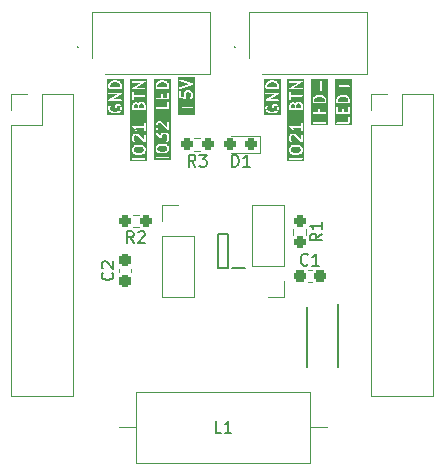
<source format=gbr>
%TF.GenerationSoftware,KiCad,Pcbnew,7.0.9*%
%TF.CreationDate,2023-12-29T11:45:24+09:00*%
%TF.ProjectId,CAT4238_Unit,43415434-3233-4385-9f55-6e69742e6b69,rev?*%
%TF.SameCoordinates,Original*%
%TF.FileFunction,Legend,Top*%
%TF.FilePolarity,Positive*%
%FSLAX46Y46*%
G04 Gerber Fmt 4.6, Leading zero omitted, Abs format (unit mm)*
G04 Created by KiCad (PCBNEW 7.0.9) date 2023-12-29 11:45:24*
%MOMM*%
%LPD*%
G01*
G04 APERTURE LIST*
G04 Aperture macros list*
%AMRoundRect*
0 Rectangle with rounded corners*
0 $1 Rounding radius*
0 $2 $3 $4 $5 $6 $7 $8 $9 X,Y pos of 4 corners*
0 Add a 4 corners polygon primitive as box body*
4,1,4,$2,$3,$4,$5,$6,$7,$8,$9,$2,$3,0*
0 Add four circle primitives for the rounded corners*
1,1,$1+$1,$2,$3*
1,1,$1+$1,$4,$5*
1,1,$1+$1,$6,$7*
1,1,$1+$1,$8,$9*
0 Add four rect primitives between the rounded corners*
20,1,$1+$1,$2,$3,$4,$5,0*
20,1,$1+$1,$4,$5,$6,$7,0*
20,1,$1+$1,$6,$7,$8,$9,0*
20,1,$1+$1,$8,$9,$2,$3,0*%
G04 Aperture macros list end*
%ADD10C,0.150000*%
%ADD11C,0.120000*%
%ADD12C,0.100000*%
%ADD13C,0.200000*%
%ADD14R,1.700000X1.700000*%
%ADD15O,1.700000X1.700000*%
%ADD16C,0.800000*%
%ADD17C,6.400000*%
%ADD18C,2.200000*%
%ADD19O,2.200000X2.200000*%
%ADD20C,1.200000*%
%ADD21C,1.300000*%
%ADD22RoundRect,0.237500X0.237500X-0.300000X0.237500X0.300000X-0.237500X0.300000X-0.237500X-0.300000X0*%
%ADD23R,1.050000X0.550000*%
%ADD24RoundRect,0.237500X0.287500X0.237500X-0.287500X0.237500X-0.287500X-0.237500X0.287500X-0.237500X0*%
%ADD25R,1.450000X2.200000*%
%ADD26RoundRect,0.237500X0.250000X0.237500X-0.250000X0.237500X-0.250000X-0.237500X0.250000X-0.237500X0*%
%ADD27RoundRect,0.237500X0.300000X0.237500X-0.300000X0.237500X-0.300000X-0.237500X0.300000X-0.237500X0*%
%ADD28RoundRect,0.237500X-0.237500X0.250000X-0.237500X-0.250000X0.237500X-0.250000X0.237500X0.250000X0*%
G04 APERTURE END LIST*
D10*
G36*
X150072676Y-81624925D02*
G01*
X148636962Y-81624925D01*
X148636962Y-81014231D01*
X149019053Y-81014231D01*
X149027962Y-81064755D01*
X149067262Y-81097732D01*
X149092914Y-81102255D01*
X149398866Y-81102255D01*
X149398866Y-81408207D01*
X149416413Y-81456416D01*
X149460842Y-81482068D01*
X149511366Y-81473159D01*
X149544343Y-81433859D01*
X149548866Y-81408207D01*
X149548866Y-81102255D01*
X149854819Y-81102255D01*
X149903028Y-81084708D01*
X149928680Y-81040279D01*
X149919771Y-80989755D01*
X149880471Y-80956778D01*
X149854819Y-80952255D01*
X149548866Y-80952255D01*
X149548866Y-80646303D01*
X149531319Y-80598094D01*
X149486890Y-80572442D01*
X149436366Y-80581351D01*
X149403389Y-80620651D01*
X149398866Y-80646303D01*
X149398866Y-80952255D01*
X149092914Y-80952255D01*
X149044705Y-80969802D01*
X149019053Y-81014231D01*
X148636962Y-81014231D01*
X148636962Y-80170112D01*
X148779819Y-80170112D01*
X148785266Y-80185078D01*
X148786458Y-80200963D01*
X148793780Y-80208469D01*
X148797366Y-80218321D01*
X148811159Y-80226284D01*
X148822282Y-80237687D01*
X148839102Y-80242418D01*
X148841795Y-80243973D01*
X148843537Y-80243665D01*
X148847356Y-80244740D01*
X149323546Y-80292359D01*
X149324025Y-80292236D01*
X149324472Y-80292445D01*
X149348822Y-80285920D01*
X149373262Y-80279696D01*
X149373549Y-80279295D01*
X149374027Y-80279168D01*
X149388475Y-80258532D01*
X149403207Y-80238040D01*
X149403169Y-80237546D01*
X149403453Y-80237142D01*
X149401257Y-80212040D01*
X149399370Y-80186880D01*
X149399024Y-80186526D01*
X149398982Y-80186035D01*
X149384042Y-80164698D01*
X149345029Y-80125685D01*
X149310771Y-80057169D01*
X149310771Y-79854484D01*
X149345029Y-79785968D01*
X149375436Y-79755561D01*
X149443952Y-79721303D01*
X149646637Y-79721303D01*
X149715153Y-79755561D01*
X149745561Y-79785968D01*
X149779819Y-79854484D01*
X149779819Y-80057169D01*
X149745561Y-80125684D01*
X149706548Y-80164697D01*
X149684866Y-80211194D01*
X149698143Y-80260749D01*
X149740168Y-80290175D01*
X149791275Y-80285705D01*
X149812612Y-80270765D01*
X149860232Y-80223146D01*
X149860922Y-80221664D01*
X149874282Y-80203653D01*
X149921901Y-80108415D01*
X149922413Y-80103961D01*
X149925296Y-80100526D01*
X149929819Y-80074874D01*
X149929819Y-79836779D01*
X149928285Y-79832565D01*
X149929327Y-79828204D01*
X149921901Y-79803238D01*
X149874282Y-79708000D01*
X149873094Y-79706875D01*
X149860232Y-79688507D01*
X149812612Y-79640888D01*
X149811129Y-79640196D01*
X149793121Y-79626840D01*
X149697883Y-79579221D01*
X149693429Y-79578708D01*
X149689994Y-79575826D01*
X149664342Y-79571303D01*
X149426247Y-79571303D01*
X149422033Y-79572836D01*
X149417672Y-79571795D01*
X149392706Y-79579221D01*
X149297468Y-79626840D01*
X149296342Y-79628029D01*
X149277976Y-79640889D01*
X149230357Y-79688508D01*
X149229666Y-79689989D01*
X149216308Y-79708000D01*
X149168689Y-79803238D01*
X149168176Y-79807691D01*
X149165294Y-79811127D01*
X149160771Y-79836779D01*
X149160771Y-80074874D01*
X149162304Y-80079087D01*
X149161263Y-80083448D01*
X149168689Y-80108415D01*
X149178009Y-80127056D01*
X148929819Y-80102237D01*
X148929819Y-79693922D01*
X148912272Y-79645713D01*
X148867843Y-79620061D01*
X148817319Y-79628970D01*
X148784342Y-79668270D01*
X148779819Y-79693922D01*
X148779819Y-80170112D01*
X148636962Y-80170112D01*
X148636962Y-79371589D01*
X148780630Y-79371589D01*
X148805059Y-79416703D01*
X148852770Y-79435560D01*
X148878536Y-79431739D01*
X149878536Y-79098406D01*
X149880227Y-79097063D01*
X149882385Y-79097005D01*
X149900137Y-79081263D01*
X149918722Y-79066515D01*
X149919154Y-79064400D01*
X149920771Y-79062967D01*
X149924250Y-79039498D01*
X149929008Y-79016254D01*
X149927979Y-79014354D01*
X149928296Y-79012219D01*
X149915875Y-78992001D01*
X149904579Y-78971140D01*
X149902571Y-78970346D01*
X149901441Y-78968506D01*
X149878536Y-78956104D01*
X148878536Y-78622771D01*
X148827252Y-78624172D01*
X148788867Y-78658209D01*
X148781342Y-78708958D01*
X148808197Y-78752670D01*
X148831102Y-78765073D01*
X149617648Y-79027255D01*
X148831102Y-79289437D01*
X148790916Y-79321328D01*
X148780630Y-79371589D01*
X148636962Y-79371589D01*
X148636962Y-78479914D01*
X150072676Y-78479914D01*
X150072676Y-81624925D01*
G37*
G36*
X162890547Y-80145638D02*
G01*
X162967534Y-80184132D01*
X163041648Y-80258245D01*
X163079819Y-80372758D01*
X163079819Y-80523683D01*
X162229819Y-80523683D01*
X162229819Y-80372758D01*
X162267990Y-80258244D01*
X162342103Y-80184132D01*
X162419090Y-80145638D01*
X162592624Y-80102255D01*
X162717013Y-80102255D01*
X162890547Y-80145638D01*
G37*
G36*
X163372676Y-82530826D02*
G01*
X161936962Y-82530826D01*
X161936962Y-82299945D01*
X162080958Y-82299945D01*
X162089867Y-82350469D01*
X162129167Y-82383446D01*
X162154819Y-82387969D01*
X163154819Y-82387969D01*
X163173127Y-82381305D01*
X163192319Y-82377921D01*
X163196669Y-82372736D01*
X163203028Y-82370422D01*
X163212770Y-82353548D01*
X163225296Y-82338621D01*
X163227013Y-82328878D01*
X163228680Y-82325993D01*
X163228101Y-82322710D01*
X163229819Y-82312969D01*
X163229819Y-81836779D01*
X163212272Y-81788570D01*
X163167843Y-81762918D01*
X163117319Y-81771827D01*
X163084342Y-81811127D01*
X163079819Y-81836779D01*
X163079819Y-82237969D01*
X162154819Y-82237969D01*
X162106610Y-82255516D01*
X162080958Y-82299945D01*
X161936962Y-82299945D01*
X161936962Y-81503445D01*
X162079819Y-81503445D01*
X162086482Y-81521753D01*
X162089867Y-81540945D01*
X162095051Y-81545295D01*
X162097366Y-81551654D01*
X162114239Y-81561396D01*
X162129167Y-81573922D01*
X162138909Y-81575639D01*
X162141795Y-81577306D01*
X162145077Y-81576727D01*
X162154819Y-81578445D01*
X163154819Y-81578445D01*
X163173127Y-81571781D01*
X163192319Y-81568397D01*
X163196669Y-81563212D01*
X163203028Y-81560898D01*
X163212770Y-81544024D01*
X163225296Y-81529097D01*
X163227013Y-81519354D01*
X163228680Y-81516469D01*
X163228101Y-81513186D01*
X163229819Y-81503445D01*
X163229819Y-81027255D01*
X163212272Y-80979046D01*
X163167843Y-80953394D01*
X163117319Y-80962303D01*
X163084342Y-81001603D01*
X163079819Y-81027255D01*
X163079819Y-81428445D01*
X162706009Y-81428445D01*
X162706009Y-81170112D01*
X162688462Y-81121903D01*
X162644033Y-81096251D01*
X162593509Y-81105160D01*
X162560532Y-81144460D01*
X162556009Y-81170112D01*
X162556009Y-81428445D01*
X162229819Y-81428445D01*
X162229819Y-81027255D01*
X162212272Y-80979046D01*
X162167843Y-80953394D01*
X162117319Y-80962303D01*
X162084342Y-81001603D01*
X162079819Y-81027255D01*
X162079819Y-81503445D01*
X161936962Y-81503445D01*
X161936962Y-80598683D01*
X162079819Y-80598683D01*
X162086482Y-80616991D01*
X162089867Y-80636183D01*
X162095051Y-80640533D01*
X162097366Y-80646892D01*
X162114239Y-80656634D01*
X162129167Y-80669160D01*
X162138909Y-80670877D01*
X162141795Y-80672544D01*
X162145077Y-80671965D01*
X162154819Y-80673683D01*
X163154819Y-80673683D01*
X163173127Y-80667019D01*
X163192319Y-80663635D01*
X163196669Y-80658450D01*
X163203028Y-80656136D01*
X163212770Y-80639262D01*
X163225296Y-80624335D01*
X163227013Y-80614592D01*
X163228680Y-80611707D01*
X163228101Y-80608424D01*
X163229819Y-80598683D01*
X163229819Y-80360588D01*
X163229259Y-80359050D01*
X163225970Y-80336870D01*
X163178351Y-80194014D01*
X163175564Y-80190503D01*
X163175174Y-80186035D01*
X163160233Y-80164698D01*
X163064994Y-80069460D01*
X163063512Y-80068769D01*
X163045502Y-80055411D01*
X162950264Y-80007792D01*
X162946735Y-80007385D01*
X162934913Y-80002113D01*
X162744437Y-79954494D01*
X162740988Y-79954854D01*
X162726247Y-79952255D01*
X162583390Y-79952255D01*
X162580132Y-79953440D01*
X162565200Y-79954494D01*
X162374724Y-80002113D01*
X162371779Y-80004101D01*
X162359373Y-80007792D01*
X162264135Y-80055411D01*
X162263011Y-80056597D01*
X162244643Y-80069460D01*
X162149405Y-80164698D01*
X162147510Y-80168761D01*
X162143689Y-80171109D01*
X162131287Y-80194014D01*
X162083668Y-80336871D01*
X162083712Y-80338505D01*
X162079819Y-80360588D01*
X162079819Y-80598683D01*
X161936962Y-80598683D01*
X161936962Y-79204707D01*
X162319053Y-79204707D01*
X162327962Y-79255231D01*
X162367262Y-79288208D01*
X162392914Y-79292731D01*
X162698866Y-79292731D01*
X162698866Y-79598683D01*
X162716413Y-79646892D01*
X162760842Y-79672544D01*
X162811366Y-79663635D01*
X162844343Y-79624335D01*
X162848866Y-79598683D01*
X162848866Y-79292731D01*
X163154819Y-79292731D01*
X163203028Y-79275184D01*
X163228680Y-79230755D01*
X163219771Y-79180231D01*
X163180471Y-79147254D01*
X163154819Y-79142731D01*
X162848866Y-79142731D01*
X162848866Y-78836779D01*
X162831319Y-78788570D01*
X162786890Y-78762918D01*
X162736366Y-78771827D01*
X162703389Y-78811127D01*
X162698866Y-78836779D01*
X162698866Y-79142731D01*
X162392914Y-79142731D01*
X162344705Y-79160278D01*
X162319053Y-79204707D01*
X161936962Y-79204707D01*
X161936962Y-78620061D01*
X163372676Y-78620061D01*
X163372676Y-82530826D01*
G37*
G36*
X160890547Y-80145638D02*
G01*
X160967534Y-80184132D01*
X161041648Y-80258245D01*
X161079819Y-80372758D01*
X161079819Y-80523683D01*
X160229819Y-80523683D01*
X160229819Y-80372758D01*
X160267990Y-80258244D01*
X160342103Y-80184132D01*
X160419090Y-80145638D01*
X160592624Y-80102255D01*
X160717013Y-80102255D01*
X160890547Y-80145638D01*
G37*
G36*
X161372676Y-82530826D02*
G01*
X159936962Y-82530826D01*
X159936962Y-82299945D01*
X160080958Y-82299945D01*
X160089867Y-82350469D01*
X160129167Y-82383446D01*
X160154819Y-82387969D01*
X161154819Y-82387969D01*
X161173127Y-82381305D01*
X161192319Y-82377921D01*
X161196669Y-82372736D01*
X161203028Y-82370422D01*
X161212770Y-82353548D01*
X161225296Y-82338621D01*
X161227013Y-82328878D01*
X161228680Y-82325993D01*
X161228101Y-82322710D01*
X161229819Y-82312969D01*
X161229819Y-81836779D01*
X161212272Y-81788570D01*
X161167843Y-81762918D01*
X161117319Y-81771827D01*
X161084342Y-81811127D01*
X161079819Y-81836779D01*
X161079819Y-82237969D01*
X160154819Y-82237969D01*
X160106610Y-82255516D01*
X160080958Y-82299945D01*
X159936962Y-82299945D01*
X159936962Y-81503445D01*
X160079819Y-81503445D01*
X160086482Y-81521753D01*
X160089867Y-81540945D01*
X160095051Y-81545295D01*
X160097366Y-81551654D01*
X160114239Y-81561396D01*
X160129167Y-81573922D01*
X160138909Y-81575639D01*
X160141795Y-81577306D01*
X160145077Y-81576727D01*
X160154819Y-81578445D01*
X161154819Y-81578445D01*
X161173127Y-81571781D01*
X161192319Y-81568397D01*
X161196669Y-81563212D01*
X161203028Y-81560898D01*
X161212770Y-81544024D01*
X161225296Y-81529097D01*
X161227013Y-81519354D01*
X161228680Y-81516469D01*
X161228101Y-81513186D01*
X161229819Y-81503445D01*
X161229819Y-81027255D01*
X161212272Y-80979046D01*
X161167843Y-80953394D01*
X161117319Y-80962303D01*
X161084342Y-81001603D01*
X161079819Y-81027255D01*
X161079819Y-81428445D01*
X160706009Y-81428445D01*
X160706009Y-81170112D01*
X160688462Y-81121903D01*
X160644033Y-81096251D01*
X160593509Y-81105160D01*
X160560532Y-81144460D01*
X160556009Y-81170112D01*
X160556009Y-81428445D01*
X160229819Y-81428445D01*
X160229819Y-81027255D01*
X160212272Y-80979046D01*
X160167843Y-80953394D01*
X160117319Y-80962303D01*
X160084342Y-81001603D01*
X160079819Y-81027255D01*
X160079819Y-81503445D01*
X159936962Y-81503445D01*
X159936962Y-80598683D01*
X160079819Y-80598683D01*
X160086482Y-80616991D01*
X160089867Y-80636183D01*
X160095051Y-80640533D01*
X160097366Y-80646892D01*
X160114239Y-80656634D01*
X160129167Y-80669160D01*
X160138909Y-80670877D01*
X160141795Y-80672544D01*
X160145077Y-80671965D01*
X160154819Y-80673683D01*
X161154819Y-80673683D01*
X161173127Y-80667019D01*
X161192319Y-80663635D01*
X161196669Y-80658450D01*
X161203028Y-80656136D01*
X161212770Y-80639262D01*
X161225296Y-80624335D01*
X161227013Y-80614592D01*
X161228680Y-80611707D01*
X161228101Y-80608424D01*
X161229819Y-80598683D01*
X161229819Y-80360588D01*
X161229259Y-80359050D01*
X161225970Y-80336870D01*
X161178351Y-80194014D01*
X161175564Y-80190503D01*
X161175174Y-80186035D01*
X161160233Y-80164698D01*
X161064994Y-80069460D01*
X161063512Y-80068769D01*
X161045502Y-80055411D01*
X160950264Y-80007792D01*
X160946735Y-80007385D01*
X160934913Y-80002113D01*
X160744437Y-79954494D01*
X160740988Y-79954854D01*
X160726247Y-79952255D01*
X160583390Y-79952255D01*
X160580132Y-79953440D01*
X160565200Y-79954494D01*
X160374724Y-80002113D01*
X160371779Y-80004101D01*
X160359373Y-80007792D01*
X160264135Y-80055411D01*
X160263011Y-80056597D01*
X160244643Y-80069460D01*
X160149405Y-80164698D01*
X160147510Y-80168761D01*
X160143689Y-80171109D01*
X160131287Y-80194014D01*
X160083668Y-80336871D01*
X160083712Y-80338505D01*
X160079819Y-80360588D01*
X160079819Y-80598683D01*
X159936962Y-80598683D01*
X159936962Y-79598683D01*
X160698866Y-79598683D01*
X160716413Y-79646892D01*
X160760842Y-79672544D01*
X160811366Y-79663635D01*
X160844343Y-79624335D01*
X160848866Y-79598683D01*
X160848866Y-78836779D01*
X160831319Y-78788570D01*
X160786890Y-78762918D01*
X160736366Y-78771827D01*
X160703389Y-78811127D01*
X160698866Y-78836779D01*
X160698866Y-79598683D01*
X159936962Y-79598683D01*
X159936962Y-78620061D01*
X161372676Y-78620061D01*
X161372676Y-82530826D01*
G37*
G36*
X143590547Y-78907543D02*
G01*
X143667534Y-78946037D01*
X143741648Y-79020150D01*
X143779819Y-79134663D01*
X143779819Y-79285588D01*
X142929819Y-79285588D01*
X142929819Y-79134663D01*
X142967990Y-79020149D01*
X143042103Y-78946037D01*
X143119090Y-78907543D01*
X143292624Y-78864160D01*
X143417013Y-78864160D01*
X143590547Y-78907543D01*
G37*
G36*
X144072676Y-81673683D02*
G01*
X142636962Y-81673683D01*
X142636962Y-81122493D01*
X142779819Y-81122493D01*
X142780379Y-81124031D01*
X142783668Y-81146210D01*
X142831287Y-81289067D01*
X142834074Y-81292579D01*
X142834465Y-81297046D01*
X142849405Y-81318383D01*
X142944643Y-81413621D01*
X142946124Y-81414311D01*
X142964135Y-81427670D01*
X143059373Y-81475289D01*
X143062901Y-81475695D01*
X143074724Y-81480968D01*
X143265200Y-81528587D01*
X143268648Y-81528226D01*
X143283390Y-81530826D01*
X143426247Y-81530826D01*
X143429504Y-81529640D01*
X143444437Y-81528587D01*
X143634913Y-81480968D01*
X143637857Y-81478979D01*
X143650264Y-81475289D01*
X143745502Y-81427670D01*
X143746625Y-81426483D01*
X143764994Y-81413621D01*
X143860233Y-81318383D01*
X143862128Y-81314318D01*
X143865948Y-81311972D01*
X143878351Y-81289067D01*
X143925970Y-81146211D01*
X143925925Y-81144575D01*
X143929819Y-81122493D01*
X143929819Y-81027255D01*
X143929259Y-81025717D01*
X143925970Y-81003537D01*
X143878351Y-80860681D01*
X143875563Y-80857169D01*
X143875173Y-80852701D01*
X143860232Y-80831364D01*
X143812612Y-80783745D01*
X143797774Y-80776826D01*
X143785232Y-80766302D01*
X143769104Y-80763458D01*
X143766116Y-80762065D01*
X143764165Y-80762587D01*
X143759580Y-80761779D01*
X143426247Y-80761779D01*
X143407938Y-80768442D01*
X143388747Y-80771827D01*
X143384396Y-80777011D01*
X143378038Y-80779326D01*
X143368295Y-80796199D01*
X143355770Y-80811127D01*
X143354052Y-80820869D01*
X143352386Y-80823755D01*
X143352964Y-80827037D01*
X143351247Y-80836779D01*
X143351247Y-81027255D01*
X143368794Y-81075464D01*
X143413223Y-81101116D01*
X143463747Y-81092207D01*
X143496724Y-81052907D01*
X143501247Y-81027255D01*
X143501247Y-80911779D01*
X143728514Y-80911779D01*
X143741648Y-80924912D01*
X143779819Y-81039425D01*
X143779819Y-81110323D01*
X143741648Y-81224835D01*
X143667534Y-81298948D01*
X143590547Y-81337442D01*
X143417013Y-81380826D01*
X143292624Y-81380826D01*
X143119090Y-81337442D01*
X143042103Y-81298949D01*
X142967990Y-81224836D01*
X142929819Y-81110322D01*
X142929819Y-80997341D01*
X142969520Y-80917939D01*
X142975385Y-80866973D01*
X142947119Y-80824160D01*
X142897944Y-80809533D01*
X142850873Y-80829936D01*
X142835356Y-80850857D01*
X142787737Y-80946095D01*
X142787224Y-80950548D01*
X142784342Y-80953984D01*
X142779819Y-80979636D01*
X142779819Y-81122493D01*
X142636962Y-81122493D01*
X142636962Y-80395183D01*
X142780958Y-80395183D01*
X142784314Y-80414216D01*
X142784228Y-80433544D01*
X142788662Y-80438877D01*
X142789867Y-80445707D01*
X142804673Y-80458131D01*
X142817030Y-80472991D01*
X142823853Y-80474225D01*
X142829167Y-80478684D01*
X142854819Y-80483207D01*
X143854819Y-80483207D01*
X143903028Y-80465660D01*
X143928680Y-80421231D01*
X143919771Y-80370707D01*
X143880471Y-80337730D01*
X143854819Y-80333207D01*
X143137236Y-80333207D01*
X143892030Y-79901897D01*
X143896511Y-79896603D01*
X143903028Y-79894232D01*
X143912691Y-79877494D01*
X143925181Y-79862744D01*
X143925211Y-79855809D01*
X143928680Y-79849803D01*
X143925323Y-79830769D01*
X143925410Y-79811442D01*
X143920975Y-79806108D01*
X143919771Y-79799279D01*
X143904964Y-79786854D01*
X143892608Y-79771995D01*
X143885784Y-79770760D01*
X143880471Y-79766302D01*
X143854819Y-79761779D01*
X142854819Y-79761779D01*
X142806610Y-79779326D01*
X142780958Y-79823755D01*
X142789867Y-79874279D01*
X142829167Y-79907256D01*
X142854819Y-79911779D01*
X143572402Y-79911779D01*
X142817609Y-80343089D01*
X142813127Y-80348381D01*
X142806610Y-80350754D01*
X142796945Y-80367493D01*
X142784457Y-80382242D01*
X142784426Y-80389176D01*
X142780958Y-80395183D01*
X142636962Y-80395183D01*
X142636962Y-79360588D01*
X142779819Y-79360588D01*
X142786482Y-79378896D01*
X142789867Y-79398088D01*
X142795051Y-79402438D01*
X142797366Y-79408797D01*
X142814239Y-79418539D01*
X142829167Y-79431065D01*
X142838909Y-79432782D01*
X142841795Y-79434449D01*
X142845077Y-79433870D01*
X142854819Y-79435588D01*
X143854819Y-79435588D01*
X143873127Y-79428924D01*
X143892319Y-79425540D01*
X143896669Y-79420355D01*
X143903028Y-79418041D01*
X143912770Y-79401167D01*
X143925296Y-79386240D01*
X143927013Y-79376497D01*
X143928680Y-79373612D01*
X143928101Y-79370329D01*
X143929819Y-79360588D01*
X143929819Y-79122493D01*
X143929259Y-79120955D01*
X143925970Y-79098775D01*
X143878351Y-78955919D01*
X143875564Y-78952408D01*
X143875174Y-78947940D01*
X143860233Y-78926603D01*
X143764994Y-78831365D01*
X143763512Y-78830674D01*
X143745502Y-78817316D01*
X143650264Y-78769697D01*
X143646735Y-78769290D01*
X143634913Y-78764018D01*
X143444437Y-78716399D01*
X143440988Y-78716759D01*
X143426247Y-78714160D01*
X143283390Y-78714160D01*
X143280132Y-78715345D01*
X143265200Y-78716399D01*
X143074724Y-78764018D01*
X143071779Y-78766006D01*
X143059373Y-78769697D01*
X142964135Y-78817316D01*
X142963011Y-78818502D01*
X142944643Y-78831365D01*
X142849405Y-78926603D01*
X142847510Y-78930666D01*
X142843689Y-78933014D01*
X142831287Y-78955919D01*
X142783668Y-79098776D01*
X142783712Y-79100410D01*
X142779819Y-79122493D01*
X142779819Y-79360588D01*
X142636962Y-79360588D01*
X142636962Y-78571303D01*
X144072676Y-78571303D01*
X144072676Y-81673683D01*
G37*
G36*
X145673617Y-84380692D02*
G01*
X145745561Y-84452635D01*
X145779819Y-84521151D01*
X145779819Y-84676217D01*
X145745561Y-84744732D01*
X145673617Y-84816675D01*
X145512251Y-84857017D01*
X145197386Y-84857017D01*
X145036019Y-84816675D01*
X144964077Y-84744733D01*
X144929819Y-84676217D01*
X144929819Y-84521151D01*
X144964077Y-84452635D01*
X145036019Y-84380692D01*
X145197386Y-84340351D01*
X145512251Y-84340351D01*
X145673617Y-84380692D01*
G37*
G36*
X145191344Y-80755561D02*
G01*
X145221751Y-80785968D01*
X145256009Y-80854484D01*
X145256009Y-81095112D01*
X144929819Y-81095112D01*
X144929819Y-80854484D01*
X144964077Y-80785968D01*
X144994484Y-80755561D01*
X145063000Y-80721303D01*
X145122828Y-80721303D01*
X145191344Y-80755561D01*
G37*
G36*
X145715153Y-80707942D02*
G01*
X145745561Y-80738349D01*
X145779819Y-80806865D01*
X145779819Y-81095112D01*
X145406009Y-81095112D01*
X145406009Y-80848949D01*
X145444180Y-80734435D01*
X145470674Y-80707942D01*
X145539190Y-80673684D01*
X145646637Y-80673684D01*
X145715153Y-80707942D01*
G37*
G36*
X146072676Y-85578445D02*
G01*
X144636962Y-85578445D01*
X144636962Y-85347564D01*
X144780958Y-85347564D01*
X144789867Y-85398088D01*
X144829167Y-85431065D01*
X144854819Y-85435588D01*
X145854819Y-85435588D01*
X145903028Y-85418041D01*
X145928680Y-85373612D01*
X145919771Y-85323088D01*
X145880471Y-85290111D01*
X145854819Y-85285588D01*
X144854819Y-85285588D01*
X144806610Y-85303135D01*
X144780958Y-85347564D01*
X144636962Y-85347564D01*
X144636962Y-84693922D01*
X144779819Y-84693922D01*
X144781352Y-84698135D01*
X144780311Y-84702496D01*
X144787737Y-84727463D01*
X144835356Y-84822701D01*
X144836545Y-84823826D01*
X144849405Y-84842193D01*
X144944643Y-84937431D01*
X144951350Y-84940558D01*
X144955697Y-84946549D01*
X144979486Y-84957159D01*
X145169962Y-85004778D01*
X145173410Y-85004417D01*
X145188152Y-85007017D01*
X145521485Y-85007017D01*
X145524742Y-85005831D01*
X145539675Y-85004778D01*
X145730151Y-84957159D01*
X145736283Y-84953016D01*
X145743657Y-84952372D01*
X145764994Y-84937431D01*
X145860233Y-84842193D01*
X145860924Y-84840710D01*
X145874282Y-84822701D01*
X145921901Y-84727463D01*
X145922413Y-84723009D01*
X145925296Y-84719574D01*
X145929819Y-84693922D01*
X145929819Y-84503446D01*
X145928285Y-84499232D01*
X145929327Y-84494871D01*
X145921901Y-84469905D01*
X145874282Y-84374667D01*
X145873095Y-84373543D01*
X145860233Y-84355175D01*
X145764994Y-84259937D01*
X145758286Y-84256809D01*
X145753940Y-84250819D01*
X145730151Y-84240209D01*
X145539675Y-84192590D01*
X145536226Y-84192950D01*
X145521485Y-84190351D01*
X145188152Y-84190351D01*
X145184894Y-84191536D01*
X145169962Y-84192590D01*
X144979486Y-84240209D01*
X144973353Y-84244350D01*
X144965980Y-84244996D01*
X144944643Y-84259937D01*
X144849405Y-84355175D01*
X144848714Y-84356656D01*
X144835356Y-84374667D01*
X144787737Y-84469905D01*
X144787224Y-84474358D01*
X144784342Y-84477794D01*
X144779819Y-84503446D01*
X144779819Y-84693922D01*
X144636962Y-84693922D01*
X144636962Y-83741541D01*
X144779819Y-83741541D01*
X144781352Y-83745754D01*
X144780311Y-83750115D01*
X144787737Y-83775082D01*
X144835356Y-83870320D01*
X144836545Y-83871445D01*
X144849405Y-83889812D01*
X144897024Y-83937431D01*
X144943520Y-83959112D01*
X144993075Y-83945835D01*
X145022501Y-83903809D01*
X145018030Y-83852702D01*
X145003090Y-83831365D01*
X144964077Y-83792352D01*
X144929819Y-83723836D01*
X144929819Y-83521151D01*
X144964077Y-83452635D01*
X144994484Y-83422228D01*
X145063000Y-83387970D01*
X145128363Y-83387970D01*
X145242876Y-83426141D01*
X145801786Y-83985050D01*
X145822239Y-83994587D01*
X145841795Y-84005878D01*
X145845175Y-84005281D01*
X145848283Y-84006731D01*
X145870085Y-84000889D01*
X145892319Y-83996969D01*
X145894523Y-83994341D01*
X145897837Y-83993454D01*
X145910785Y-83974962D01*
X145925296Y-83957669D01*
X145926104Y-83953084D01*
X145927264Y-83951428D01*
X145926976Y-83948139D01*
X145929819Y-83932017D01*
X145929819Y-83312970D01*
X145912272Y-83264761D01*
X145867843Y-83239109D01*
X145817319Y-83248018D01*
X145784342Y-83287318D01*
X145779819Y-83312970D01*
X145779819Y-83750951D01*
X145336423Y-83307556D01*
X145332359Y-83305661D01*
X145330012Y-83301840D01*
X145307107Y-83289438D01*
X145164250Y-83241819D01*
X145162615Y-83241863D01*
X145140533Y-83237970D01*
X145045295Y-83237970D01*
X145041081Y-83239503D01*
X145036720Y-83238462D01*
X145011754Y-83245888D01*
X144916516Y-83293507D01*
X144915390Y-83294696D01*
X144897024Y-83307556D01*
X144849405Y-83355175D01*
X144848714Y-83356656D01*
X144835356Y-83374667D01*
X144787737Y-83469905D01*
X144787224Y-83474358D01*
X144784342Y-83477794D01*
X144779819Y-83503446D01*
X144779819Y-83741541D01*
X144636962Y-83741541D01*
X144636962Y-82641476D01*
X144779974Y-82641476D01*
X144786087Y-82662367D01*
X144789867Y-82683803D01*
X144793170Y-82686575D01*
X144794382Y-82690714D01*
X144813216Y-82708707D01*
X144949894Y-82799825D01*
X145031275Y-82881206D01*
X145073451Y-82965558D01*
X145110705Y-83000830D01*
X145161915Y-83003905D01*
X145203121Y-82973341D01*
X145215041Y-82923442D01*
X145207615Y-82898476D01*
X145159996Y-82803238D01*
X145158809Y-82802114D01*
X145145947Y-82783746D01*
X145083504Y-82721303D01*
X145779819Y-82721303D01*
X145779819Y-82932017D01*
X145797366Y-82980226D01*
X145841795Y-83005878D01*
X145892319Y-82996969D01*
X145925296Y-82957669D01*
X145929819Y-82932017D01*
X145929819Y-82360589D01*
X145912272Y-82312380D01*
X145867843Y-82286728D01*
X145817319Y-82295637D01*
X145784342Y-82334937D01*
X145779819Y-82360589D01*
X145779819Y-82571303D01*
X144854819Y-82571303D01*
X144850765Y-82572778D01*
X144846576Y-82571758D01*
X144827063Y-82581405D01*
X144806610Y-82588850D01*
X144804454Y-82592584D01*
X144800587Y-82594496D01*
X144791840Y-82614430D01*
X144780958Y-82633279D01*
X144781706Y-82637526D01*
X144779974Y-82641476D01*
X144636962Y-82641476D01*
X144636962Y-81170112D01*
X144779819Y-81170112D01*
X144786482Y-81188420D01*
X144789867Y-81207612D01*
X144795051Y-81211962D01*
X144797366Y-81218321D01*
X144814239Y-81228063D01*
X144829167Y-81240589D01*
X144838909Y-81242306D01*
X144841795Y-81243973D01*
X144845077Y-81243394D01*
X144854819Y-81245112D01*
X145854819Y-81245112D01*
X145873127Y-81238448D01*
X145892319Y-81235064D01*
X145896669Y-81229879D01*
X145903028Y-81227565D01*
X145912770Y-81210691D01*
X145925296Y-81195764D01*
X145927013Y-81186021D01*
X145928680Y-81183136D01*
X145928101Y-81179853D01*
X145929819Y-81170112D01*
X145929819Y-80789160D01*
X145928285Y-80784946D01*
X145929327Y-80780585D01*
X145921901Y-80755619D01*
X145874282Y-80660381D01*
X145873094Y-80659256D01*
X145860232Y-80640888D01*
X145812612Y-80593269D01*
X145811129Y-80592577D01*
X145793121Y-80579221D01*
X145697883Y-80531602D01*
X145693429Y-80531089D01*
X145689994Y-80528207D01*
X145664342Y-80523684D01*
X145521485Y-80523684D01*
X145517271Y-80525217D01*
X145512910Y-80524176D01*
X145487944Y-80531602D01*
X145392706Y-80579221D01*
X145391580Y-80580410D01*
X145373214Y-80593270D01*
X145325595Y-80640889D01*
X145323700Y-80644952D01*
X145319879Y-80647300D01*
X145311215Y-80663300D01*
X145288804Y-80640889D01*
X145287322Y-80640198D01*
X145269312Y-80626840D01*
X145174074Y-80579221D01*
X145169620Y-80578708D01*
X145166185Y-80575826D01*
X145140533Y-80571303D01*
X145045295Y-80571303D01*
X145041081Y-80572836D01*
X145036720Y-80571795D01*
X145011754Y-80579221D01*
X144916516Y-80626840D01*
X144915390Y-80628029D01*
X144897024Y-80640889D01*
X144849405Y-80688508D01*
X144848714Y-80689989D01*
X144835356Y-80708000D01*
X144787737Y-80803238D01*
X144787224Y-80807691D01*
X144784342Y-80811127D01*
X144779819Y-80836779D01*
X144779819Y-81170112D01*
X144636962Y-81170112D01*
X144636962Y-80312969D01*
X144779819Y-80312969D01*
X144797366Y-80361178D01*
X144841795Y-80386830D01*
X144892319Y-80377921D01*
X144925296Y-80338621D01*
X144929819Y-80312969D01*
X144929819Y-80102255D01*
X145854819Y-80102255D01*
X145903028Y-80084708D01*
X145928680Y-80040279D01*
X145919771Y-79989755D01*
X145880471Y-79956778D01*
X145854819Y-79952255D01*
X144929819Y-79952255D01*
X144929819Y-79741541D01*
X144912272Y-79693332D01*
X144867843Y-79667680D01*
X144817319Y-79676589D01*
X144784342Y-79715889D01*
X144779819Y-79741541D01*
X144779819Y-80312969D01*
X144636962Y-80312969D01*
X144636962Y-79395183D01*
X144780958Y-79395183D01*
X144784314Y-79414216D01*
X144784228Y-79433544D01*
X144788662Y-79438877D01*
X144789867Y-79445707D01*
X144804673Y-79458131D01*
X144817030Y-79472991D01*
X144823853Y-79474225D01*
X144829167Y-79478684D01*
X144854819Y-79483207D01*
X145854819Y-79483207D01*
X145903028Y-79465660D01*
X145928680Y-79421231D01*
X145919771Y-79370707D01*
X145880471Y-79337730D01*
X145854819Y-79333207D01*
X145137236Y-79333207D01*
X145892030Y-78901897D01*
X145896511Y-78896603D01*
X145903028Y-78894232D01*
X145912691Y-78877494D01*
X145925181Y-78862744D01*
X145925211Y-78855809D01*
X145928680Y-78849803D01*
X145925323Y-78830769D01*
X145925410Y-78811442D01*
X145920975Y-78806108D01*
X145919771Y-78799279D01*
X145904964Y-78786854D01*
X145892608Y-78771995D01*
X145885784Y-78770760D01*
X145880471Y-78766302D01*
X145854819Y-78761779D01*
X144854819Y-78761779D01*
X144806610Y-78779326D01*
X144780958Y-78823755D01*
X144789867Y-78874279D01*
X144829167Y-78907256D01*
X144854819Y-78911779D01*
X145572402Y-78911779D01*
X144817609Y-79343089D01*
X144813127Y-79348381D01*
X144806610Y-79350754D01*
X144796945Y-79367493D01*
X144784457Y-79382242D01*
X144784426Y-79389176D01*
X144780958Y-79395183D01*
X144636962Y-79395183D01*
X144636962Y-78618922D01*
X146072676Y-78618922D01*
X146072676Y-85578445D01*
G37*
G36*
X147673617Y-84285454D02*
G01*
X147745561Y-84357397D01*
X147779819Y-84425913D01*
X147779819Y-84580979D01*
X147745561Y-84649494D01*
X147673617Y-84721437D01*
X147512251Y-84761779D01*
X147197386Y-84761779D01*
X147036019Y-84721437D01*
X146964077Y-84649495D01*
X146929819Y-84580979D01*
X146929819Y-84425913D01*
X146964077Y-84357397D01*
X147036019Y-84285454D01*
X147197386Y-84245113D01*
X147512251Y-84245113D01*
X147673617Y-84285454D01*
G37*
G36*
X147590547Y-78907543D02*
G01*
X147667534Y-78946037D01*
X147741648Y-79020150D01*
X147779819Y-79134663D01*
X147779819Y-79285588D01*
X146929819Y-79285588D01*
X146929819Y-79134663D01*
X146967990Y-79020149D01*
X147042103Y-78946037D01*
X147119090Y-78907543D01*
X147292624Y-78864160D01*
X147417013Y-78864160D01*
X147590547Y-78907543D01*
G37*
G36*
X148072676Y-85483207D02*
G01*
X146636962Y-85483207D01*
X146636962Y-85252326D01*
X146780958Y-85252326D01*
X146789867Y-85302850D01*
X146829167Y-85335827D01*
X146854819Y-85340350D01*
X147854819Y-85340350D01*
X147903028Y-85322803D01*
X147928680Y-85278374D01*
X147919771Y-85227850D01*
X147880471Y-85194873D01*
X147854819Y-85190350D01*
X146854819Y-85190350D01*
X146806610Y-85207897D01*
X146780958Y-85252326D01*
X146636962Y-85252326D01*
X146636962Y-84598684D01*
X146779819Y-84598684D01*
X146781352Y-84602897D01*
X146780311Y-84607258D01*
X146787737Y-84632225D01*
X146835356Y-84727463D01*
X146836545Y-84728588D01*
X146849405Y-84746955D01*
X146944643Y-84842193D01*
X146951350Y-84845320D01*
X146955697Y-84851311D01*
X146979486Y-84861921D01*
X147169962Y-84909540D01*
X147173410Y-84909179D01*
X147188152Y-84911779D01*
X147521485Y-84911779D01*
X147524742Y-84910593D01*
X147539675Y-84909540D01*
X147730151Y-84861921D01*
X147736283Y-84857778D01*
X147743657Y-84857134D01*
X147764994Y-84842193D01*
X147860233Y-84746955D01*
X147860924Y-84745472D01*
X147874282Y-84727463D01*
X147921901Y-84632225D01*
X147922413Y-84627771D01*
X147925296Y-84624336D01*
X147929819Y-84598684D01*
X147929819Y-84408208D01*
X147928285Y-84403994D01*
X147929327Y-84399633D01*
X147921901Y-84374667D01*
X147874282Y-84279429D01*
X147873095Y-84278305D01*
X147860233Y-84259937D01*
X147764994Y-84164699D01*
X147758286Y-84161571D01*
X147753940Y-84155581D01*
X147730151Y-84144971D01*
X147539675Y-84097352D01*
X147536226Y-84097712D01*
X147521485Y-84095113D01*
X147188152Y-84095113D01*
X147184894Y-84096298D01*
X147169962Y-84097352D01*
X146979486Y-84144971D01*
X146973353Y-84149112D01*
X146965980Y-84149758D01*
X146944643Y-84164699D01*
X146849405Y-84259937D01*
X146848714Y-84261418D01*
X146835356Y-84279429D01*
X146787737Y-84374667D01*
X146787224Y-84379120D01*
X146784342Y-84382556D01*
X146779819Y-84408208D01*
X146779819Y-84598684D01*
X146636962Y-84598684D01*
X146636962Y-83836779D01*
X146779819Y-83836779D01*
X146797366Y-83884988D01*
X146841795Y-83910640D01*
X146892319Y-83901731D01*
X146925296Y-83862431D01*
X146929819Y-83836779D01*
X146929819Y-83383014D01*
X147186383Y-83607508D01*
X147205234Y-83614814D01*
X147222747Y-83624926D01*
X147228640Y-83623886D01*
X147234219Y-83626049D01*
X147253358Y-83619528D01*
X147273271Y-83616017D01*
X147277116Y-83611433D01*
X147282781Y-83609504D01*
X147293251Y-83592205D01*
X147306248Y-83576717D01*
X147307736Y-83568273D01*
X147309346Y-83565615D01*
X147308812Y-83562173D01*
X147310771Y-83551065D01*
X147310771Y-83425913D01*
X147345029Y-83357397D01*
X147375436Y-83326990D01*
X147443952Y-83292732D01*
X147646637Y-83292732D01*
X147715153Y-83326990D01*
X147745561Y-83357397D01*
X147779819Y-83425913D01*
X147779819Y-83676217D01*
X147745561Y-83744732D01*
X147706548Y-83783745D01*
X147684866Y-83830242D01*
X147698143Y-83879797D01*
X147740168Y-83909223D01*
X147791275Y-83904753D01*
X147812612Y-83889813D01*
X147860232Y-83842194D01*
X147860922Y-83840712D01*
X147874282Y-83822701D01*
X147921901Y-83727463D01*
X147922413Y-83723009D01*
X147925296Y-83719574D01*
X147929819Y-83693922D01*
X147929819Y-83408208D01*
X147928285Y-83403994D01*
X147929327Y-83399633D01*
X147921901Y-83374667D01*
X147874282Y-83279429D01*
X147873094Y-83278304D01*
X147860232Y-83259936D01*
X147812612Y-83212317D01*
X147811129Y-83211625D01*
X147793121Y-83198269D01*
X147697883Y-83150650D01*
X147693429Y-83150137D01*
X147689994Y-83147255D01*
X147664342Y-83142732D01*
X147426247Y-83142732D01*
X147422033Y-83144265D01*
X147417672Y-83143224D01*
X147392706Y-83150650D01*
X147297468Y-83198269D01*
X147296342Y-83199458D01*
X147277976Y-83212318D01*
X147230357Y-83259937D01*
X147229666Y-83261418D01*
X147216308Y-83279429D01*
X147168689Y-83374667D01*
X147168176Y-83379120D01*
X147165294Y-83382556D01*
X147164196Y-83388779D01*
X146904207Y-83161289D01*
X146885355Y-83153982D01*
X146867843Y-83143871D01*
X146861949Y-83144910D01*
X146856371Y-83142748D01*
X146837231Y-83149268D01*
X146817319Y-83152780D01*
X146813473Y-83157363D01*
X146807809Y-83159293D01*
X146797338Y-83176591D01*
X146784342Y-83192080D01*
X146782853Y-83200523D01*
X146781244Y-83203182D01*
X146781777Y-83206623D01*
X146779819Y-83217732D01*
X146779819Y-83836779D01*
X146636962Y-83836779D01*
X146636962Y-82693922D01*
X146779819Y-82693922D01*
X146781352Y-82698135D01*
X146780311Y-82702496D01*
X146787737Y-82727463D01*
X146835356Y-82822701D01*
X146836545Y-82823826D01*
X146849405Y-82842193D01*
X146897024Y-82889812D01*
X146943520Y-82911493D01*
X146993075Y-82898216D01*
X147022501Y-82856190D01*
X147018030Y-82805083D01*
X147003090Y-82783746D01*
X146964077Y-82744733D01*
X146929819Y-82676217D01*
X146929819Y-82473532D01*
X146964077Y-82405016D01*
X146994484Y-82374609D01*
X147063000Y-82340351D01*
X147128363Y-82340351D01*
X147242876Y-82378522D01*
X147801786Y-82937431D01*
X147822239Y-82946968D01*
X147841795Y-82958259D01*
X147845175Y-82957662D01*
X147848283Y-82959112D01*
X147870085Y-82953270D01*
X147892319Y-82949350D01*
X147894523Y-82946722D01*
X147897837Y-82945835D01*
X147910785Y-82927343D01*
X147925296Y-82910050D01*
X147926104Y-82905465D01*
X147927264Y-82903809D01*
X147926976Y-82900520D01*
X147929819Y-82884398D01*
X147929819Y-82265351D01*
X147912272Y-82217142D01*
X147867843Y-82191490D01*
X147817319Y-82200399D01*
X147784342Y-82239699D01*
X147779819Y-82265351D01*
X147779819Y-82703332D01*
X147336423Y-82259937D01*
X147332359Y-82258042D01*
X147330012Y-82254221D01*
X147307107Y-82241819D01*
X147164250Y-82194200D01*
X147162615Y-82194244D01*
X147140533Y-82190351D01*
X147045295Y-82190351D01*
X147041081Y-82191884D01*
X147036720Y-82190843D01*
X147011754Y-82198269D01*
X146916516Y-82245888D01*
X146915390Y-82247077D01*
X146897024Y-82259937D01*
X146849405Y-82307556D01*
X146848714Y-82309037D01*
X146835356Y-82327048D01*
X146787737Y-82422286D01*
X146787224Y-82426739D01*
X146784342Y-82430175D01*
X146779819Y-82455827D01*
X146779819Y-82693922D01*
X146636962Y-82693922D01*
X146636962Y-81061850D01*
X146780958Y-81061850D01*
X146789867Y-81112374D01*
X146829167Y-81145351D01*
X146854819Y-81149874D01*
X147854819Y-81149874D01*
X147873127Y-81143210D01*
X147892319Y-81139826D01*
X147896669Y-81134641D01*
X147903028Y-81132327D01*
X147912770Y-81115453D01*
X147925296Y-81100526D01*
X147927013Y-81090783D01*
X147928680Y-81087898D01*
X147928101Y-81084615D01*
X147929819Y-81074874D01*
X147929819Y-80598684D01*
X147912272Y-80550475D01*
X147867843Y-80524823D01*
X147817319Y-80533732D01*
X147784342Y-80573032D01*
X147779819Y-80598684D01*
X147779819Y-80999874D01*
X146854819Y-80999874D01*
X146806610Y-81017421D01*
X146780958Y-81061850D01*
X146636962Y-81061850D01*
X146636962Y-80265350D01*
X146779819Y-80265350D01*
X146786482Y-80283658D01*
X146789867Y-80302850D01*
X146795051Y-80307200D01*
X146797366Y-80313559D01*
X146814239Y-80323301D01*
X146829167Y-80335827D01*
X146838909Y-80337544D01*
X146841795Y-80339211D01*
X146845077Y-80338632D01*
X146854819Y-80340350D01*
X147854819Y-80340350D01*
X147873127Y-80333686D01*
X147892319Y-80330302D01*
X147896669Y-80325117D01*
X147903028Y-80322803D01*
X147912770Y-80305929D01*
X147925296Y-80291002D01*
X147927013Y-80281259D01*
X147928680Y-80278374D01*
X147928101Y-80275091D01*
X147929819Y-80265350D01*
X147929819Y-79789160D01*
X147912272Y-79740951D01*
X147867843Y-79715299D01*
X147817319Y-79724208D01*
X147784342Y-79763508D01*
X147779819Y-79789160D01*
X147779819Y-80190350D01*
X147406009Y-80190350D01*
X147406009Y-79932017D01*
X147388462Y-79883808D01*
X147344033Y-79858156D01*
X147293509Y-79867065D01*
X147260532Y-79906365D01*
X147256009Y-79932017D01*
X147256009Y-80190350D01*
X146929819Y-80190350D01*
X146929819Y-79789160D01*
X146912272Y-79740951D01*
X146867843Y-79715299D01*
X146817319Y-79724208D01*
X146784342Y-79763508D01*
X146779819Y-79789160D01*
X146779819Y-80265350D01*
X146636962Y-80265350D01*
X146636962Y-79360588D01*
X146779819Y-79360588D01*
X146786482Y-79378896D01*
X146789867Y-79398088D01*
X146795051Y-79402438D01*
X146797366Y-79408797D01*
X146814239Y-79418539D01*
X146829167Y-79431065D01*
X146838909Y-79432782D01*
X146841795Y-79434449D01*
X146845077Y-79433870D01*
X146854819Y-79435588D01*
X147854819Y-79435588D01*
X147873127Y-79428924D01*
X147892319Y-79425540D01*
X147896669Y-79420355D01*
X147903028Y-79418041D01*
X147912770Y-79401167D01*
X147925296Y-79386240D01*
X147927013Y-79376497D01*
X147928680Y-79373612D01*
X147928101Y-79370329D01*
X147929819Y-79360588D01*
X147929819Y-79122493D01*
X147929259Y-79120955D01*
X147925970Y-79098775D01*
X147878351Y-78955919D01*
X147875564Y-78952408D01*
X147875174Y-78947940D01*
X147860233Y-78926603D01*
X147764994Y-78831365D01*
X147763512Y-78830674D01*
X147745502Y-78817316D01*
X147650264Y-78769697D01*
X147646735Y-78769290D01*
X147634913Y-78764018D01*
X147444437Y-78716399D01*
X147440988Y-78716759D01*
X147426247Y-78714160D01*
X147283390Y-78714160D01*
X147280132Y-78715345D01*
X147265200Y-78716399D01*
X147074724Y-78764018D01*
X147071779Y-78766006D01*
X147059373Y-78769697D01*
X146964135Y-78817316D01*
X146963011Y-78818502D01*
X146944643Y-78831365D01*
X146849405Y-78926603D01*
X146847510Y-78930666D01*
X146843689Y-78933014D01*
X146831287Y-78955919D01*
X146783668Y-79098776D01*
X146783712Y-79100410D01*
X146779819Y-79122493D01*
X146779819Y-79360588D01*
X146636962Y-79360588D01*
X146636962Y-78571303D01*
X148072676Y-78571303D01*
X148072676Y-85483207D01*
G37*
G36*
X156890547Y-78907543D02*
G01*
X156967534Y-78946037D01*
X157041648Y-79020150D01*
X157079819Y-79134663D01*
X157079819Y-79285588D01*
X156229819Y-79285588D01*
X156229819Y-79134663D01*
X156267990Y-79020149D01*
X156342103Y-78946037D01*
X156419090Y-78907543D01*
X156592624Y-78864160D01*
X156717013Y-78864160D01*
X156890547Y-78907543D01*
G37*
G36*
X157372676Y-81673683D02*
G01*
X155936962Y-81673683D01*
X155936962Y-81122493D01*
X156079819Y-81122493D01*
X156080379Y-81124031D01*
X156083668Y-81146210D01*
X156131287Y-81289067D01*
X156134074Y-81292579D01*
X156134465Y-81297046D01*
X156149405Y-81318383D01*
X156244643Y-81413621D01*
X156246124Y-81414311D01*
X156264135Y-81427670D01*
X156359373Y-81475289D01*
X156362901Y-81475695D01*
X156374724Y-81480968D01*
X156565200Y-81528587D01*
X156568648Y-81528226D01*
X156583390Y-81530826D01*
X156726247Y-81530826D01*
X156729504Y-81529640D01*
X156744437Y-81528587D01*
X156934913Y-81480968D01*
X156937857Y-81478979D01*
X156950264Y-81475289D01*
X157045502Y-81427670D01*
X157046625Y-81426483D01*
X157064994Y-81413621D01*
X157160233Y-81318383D01*
X157162128Y-81314318D01*
X157165948Y-81311972D01*
X157178351Y-81289067D01*
X157225970Y-81146211D01*
X157225925Y-81144575D01*
X157229819Y-81122493D01*
X157229819Y-81027255D01*
X157229259Y-81025717D01*
X157225970Y-81003537D01*
X157178351Y-80860681D01*
X157175563Y-80857169D01*
X157175173Y-80852701D01*
X157160232Y-80831364D01*
X157112612Y-80783745D01*
X157097774Y-80776826D01*
X157085232Y-80766302D01*
X157069104Y-80763458D01*
X157066116Y-80762065D01*
X157064165Y-80762587D01*
X157059580Y-80761779D01*
X156726247Y-80761779D01*
X156707938Y-80768442D01*
X156688747Y-80771827D01*
X156684396Y-80777011D01*
X156678038Y-80779326D01*
X156668295Y-80796199D01*
X156655770Y-80811127D01*
X156654052Y-80820869D01*
X156652386Y-80823755D01*
X156652964Y-80827037D01*
X156651247Y-80836779D01*
X156651247Y-81027255D01*
X156668794Y-81075464D01*
X156713223Y-81101116D01*
X156763747Y-81092207D01*
X156796724Y-81052907D01*
X156801247Y-81027255D01*
X156801247Y-80911779D01*
X157028514Y-80911779D01*
X157041648Y-80924912D01*
X157079819Y-81039425D01*
X157079819Y-81110323D01*
X157041648Y-81224835D01*
X156967534Y-81298948D01*
X156890547Y-81337442D01*
X156717013Y-81380826D01*
X156592624Y-81380826D01*
X156419090Y-81337442D01*
X156342103Y-81298949D01*
X156267990Y-81224836D01*
X156229819Y-81110322D01*
X156229819Y-80997341D01*
X156269520Y-80917939D01*
X156275385Y-80866973D01*
X156247119Y-80824160D01*
X156197944Y-80809533D01*
X156150873Y-80829936D01*
X156135356Y-80850857D01*
X156087737Y-80946095D01*
X156087224Y-80950548D01*
X156084342Y-80953984D01*
X156079819Y-80979636D01*
X156079819Y-81122493D01*
X155936962Y-81122493D01*
X155936962Y-80395183D01*
X156080958Y-80395183D01*
X156084314Y-80414216D01*
X156084228Y-80433544D01*
X156088662Y-80438877D01*
X156089867Y-80445707D01*
X156104673Y-80458131D01*
X156117030Y-80472991D01*
X156123853Y-80474225D01*
X156129167Y-80478684D01*
X156154819Y-80483207D01*
X157154819Y-80483207D01*
X157203028Y-80465660D01*
X157228680Y-80421231D01*
X157219771Y-80370707D01*
X157180471Y-80337730D01*
X157154819Y-80333207D01*
X156437236Y-80333207D01*
X157192030Y-79901897D01*
X157196511Y-79896603D01*
X157203028Y-79894232D01*
X157212691Y-79877494D01*
X157225181Y-79862744D01*
X157225211Y-79855809D01*
X157228680Y-79849803D01*
X157225323Y-79830769D01*
X157225410Y-79811442D01*
X157220975Y-79806108D01*
X157219771Y-79799279D01*
X157204964Y-79786854D01*
X157192608Y-79771995D01*
X157185784Y-79770760D01*
X157180471Y-79766302D01*
X157154819Y-79761779D01*
X156154819Y-79761779D01*
X156106610Y-79779326D01*
X156080958Y-79823755D01*
X156089867Y-79874279D01*
X156129167Y-79907256D01*
X156154819Y-79911779D01*
X156872402Y-79911779D01*
X156117609Y-80343089D01*
X156113127Y-80348381D01*
X156106610Y-80350754D01*
X156096945Y-80367493D01*
X156084457Y-80382242D01*
X156084426Y-80389176D01*
X156080958Y-80395183D01*
X155936962Y-80395183D01*
X155936962Y-79360588D01*
X156079819Y-79360588D01*
X156086482Y-79378896D01*
X156089867Y-79398088D01*
X156095051Y-79402438D01*
X156097366Y-79408797D01*
X156114239Y-79418539D01*
X156129167Y-79431065D01*
X156138909Y-79432782D01*
X156141795Y-79434449D01*
X156145077Y-79433870D01*
X156154819Y-79435588D01*
X157154819Y-79435588D01*
X157173127Y-79428924D01*
X157192319Y-79425540D01*
X157196669Y-79420355D01*
X157203028Y-79418041D01*
X157212770Y-79401167D01*
X157225296Y-79386240D01*
X157227013Y-79376497D01*
X157228680Y-79373612D01*
X157228101Y-79370329D01*
X157229819Y-79360588D01*
X157229819Y-79122493D01*
X157229259Y-79120955D01*
X157225970Y-79098775D01*
X157178351Y-78955919D01*
X157175564Y-78952408D01*
X157175174Y-78947940D01*
X157160233Y-78926603D01*
X157064994Y-78831365D01*
X157063512Y-78830674D01*
X157045502Y-78817316D01*
X156950264Y-78769697D01*
X156946735Y-78769290D01*
X156934913Y-78764018D01*
X156744437Y-78716399D01*
X156740988Y-78716759D01*
X156726247Y-78714160D01*
X156583390Y-78714160D01*
X156580132Y-78715345D01*
X156565200Y-78716399D01*
X156374724Y-78764018D01*
X156371779Y-78766006D01*
X156359373Y-78769697D01*
X156264135Y-78817316D01*
X156263011Y-78818502D01*
X156244643Y-78831365D01*
X156149405Y-78926603D01*
X156147510Y-78930666D01*
X156143689Y-78933014D01*
X156131287Y-78955919D01*
X156083668Y-79098776D01*
X156083712Y-79100410D01*
X156079819Y-79122493D01*
X156079819Y-79360588D01*
X155936962Y-79360588D01*
X155936962Y-78571303D01*
X157372676Y-78571303D01*
X157372676Y-81673683D01*
G37*
G36*
X158973617Y-84380692D02*
G01*
X159045561Y-84452635D01*
X159079819Y-84521151D01*
X159079819Y-84676217D01*
X159045561Y-84744732D01*
X158973617Y-84816675D01*
X158812251Y-84857017D01*
X158497386Y-84857017D01*
X158336019Y-84816675D01*
X158264077Y-84744733D01*
X158229819Y-84676217D01*
X158229819Y-84521151D01*
X158264077Y-84452635D01*
X158336019Y-84380692D01*
X158497386Y-84340351D01*
X158812251Y-84340351D01*
X158973617Y-84380692D01*
G37*
G36*
X158491344Y-80755561D02*
G01*
X158521751Y-80785968D01*
X158556009Y-80854484D01*
X158556009Y-81095112D01*
X158229819Y-81095112D01*
X158229819Y-80854484D01*
X158264077Y-80785968D01*
X158294484Y-80755561D01*
X158363000Y-80721303D01*
X158422828Y-80721303D01*
X158491344Y-80755561D01*
G37*
G36*
X159015153Y-80707942D02*
G01*
X159045561Y-80738349D01*
X159079819Y-80806865D01*
X159079819Y-81095112D01*
X158706009Y-81095112D01*
X158706009Y-80848949D01*
X158744180Y-80734435D01*
X158770674Y-80707942D01*
X158839190Y-80673684D01*
X158946637Y-80673684D01*
X159015153Y-80707942D01*
G37*
G36*
X159372676Y-85578445D02*
G01*
X157936962Y-85578445D01*
X157936962Y-85347564D01*
X158080958Y-85347564D01*
X158089867Y-85398088D01*
X158129167Y-85431065D01*
X158154819Y-85435588D01*
X159154819Y-85435588D01*
X159203028Y-85418041D01*
X159228680Y-85373612D01*
X159219771Y-85323088D01*
X159180471Y-85290111D01*
X159154819Y-85285588D01*
X158154819Y-85285588D01*
X158106610Y-85303135D01*
X158080958Y-85347564D01*
X157936962Y-85347564D01*
X157936962Y-84693922D01*
X158079819Y-84693922D01*
X158081352Y-84698135D01*
X158080311Y-84702496D01*
X158087737Y-84727463D01*
X158135356Y-84822701D01*
X158136545Y-84823826D01*
X158149405Y-84842193D01*
X158244643Y-84937431D01*
X158251350Y-84940558D01*
X158255697Y-84946549D01*
X158279486Y-84957159D01*
X158469962Y-85004778D01*
X158473410Y-85004417D01*
X158488152Y-85007017D01*
X158821485Y-85007017D01*
X158824742Y-85005831D01*
X158839675Y-85004778D01*
X159030151Y-84957159D01*
X159036283Y-84953016D01*
X159043657Y-84952372D01*
X159064994Y-84937431D01*
X159160233Y-84842193D01*
X159160924Y-84840710D01*
X159174282Y-84822701D01*
X159221901Y-84727463D01*
X159222413Y-84723009D01*
X159225296Y-84719574D01*
X159229819Y-84693922D01*
X159229819Y-84503446D01*
X159228285Y-84499232D01*
X159229327Y-84494871D01*
X159221901Y-84469905D01*
X159174282Y-84374667D01*
X159173095Y-84373543D01*
X159160233Y-84355175D01*
X159064994Y-84259937D01*
X159058286Y-84256809D01*
X159053940Y-84250819D01*
X159030151Y-84240209D01*
X158839675Y-84192590D01*
X158836226Y-84192950D01*
X158821485Y-84190351D01*
X158488152Y-84190351D01*
X158484894Y-84191536D01*
X158469962Y-84192590D01*
X158279486Y-84240209D01*
X158273353Y-84244350D01*
X158265980Y-84244996D01*
X158244643Y-84259937D01*
X158149405Y-84355175D01*
X158148714Y-84356656D01*
X158135356Y-84374667D01*
X158087737Y-84469905D01*
X158087224Y-84474358D01*
X158084342Y-84477794D01*
X158079819Y-84503446D01*
X158079819Y-84693922D01*
X157936962Y-84693922D01*
X157936962Y-83741541D01*
X158079819Y-83741541D01*
X158081352Y-83745754D01*
X158080311Y-83750115D01*
X158087737Y-83775082D01*
X158135356Y-83870320D01*
X158136545Y-83871445D01*
X158149405Y-83889812D01*
X158197024Y-83937431D01*
X158243520Y-83959112D01*
X158293075Y-83945835D01*
X158322501Y-83903809D01*
X158318030Y-83852702D01*
X158303090Y-83831365D01*
X158264077Y-83792352D01*
X158229819Y-83723836D01*
X158229819Y-83521151D01*
X158264077Y-83452635D01*
X158294484Y-83422228D01*
X158363000Y-83387970D01*
X158428363Y-83387970D01*
X158542876Y-83426141D01*
X159101786Y-83985050D01*
X159122239Y-83994587D01*
X159141795Y-84005878D01*
X159145175Y-84005281D01*
X159148283Y-84006731D01*
X159170085Y-84000889D01*
X159192319Y-83996969D01*
X159194523Y-83994341D01*
X159197837Y-83993454D01*
X159210785Y-83974962D01*
X159225296Y-83957669D01*
X159226104Y-83953084D01*
X159227264Y-83951428D01*
X159226976Y-83948139D01*
X159229819Y-83932017D01*
X159229819Y-83312970D01*
X159212272Y-83264761D01*
X159167843Y-83239109D01*
X159117319Y-83248018D01*
X159084342Y-83287318D01*
X159079819Y-83312970D01*
X159079819Y-83750951D01*
X158636423Y-83307556D01*
X158632359Y-83305661D01*
X158630012Y-83301840D01*
X158607107Y-83289438D01*
X158464250Y-83241819D01*
X158462615Y-83241863D01*
X158440533Y-83237970D01*
X158345295Y-83237970D01*
X158341081Y-83239503D01*
X158336720Y-83238462D01*
X158311754Y-83245888D01*
X158216516Y-83293507D01*
X158215390Y-83294696D01*
X158197024Y-83307556D01*
X158149405Y-83355175D01*
X158148714Y-83356656D01*
X158135356Y-83374667D01*
X158087737Y-83469905D01*
X158087224Y-83474358D01*
X158084342Y-83477794D01*
X158079819Y-83503446D01*
X158079819Y-83741541D01*
X157936962Y-83741541D01*
X157936962Y-82641476D01*
X158079974Y-82641476D01*
X158086087Y-82662367D01*
X158089867Y-82683803D01*
X158093170Y-82686575D01*
X158094382Y-82690714D01*
X158113216Y-82708707D01*
X158249894Y-82799825D01*
X158331275Y-82881206D01*
X158373451Y-82965558D01*
X158410705Y-83000830D01*
X158461915Y-83003905D01*
X158503121Y-82973341D01*
X158515041Y-82923442D01*
X158507615Y-82898476D01*
X158459996Y-82803238D01*
X158458809Y-82802114D01*
X158445947Y-82783746D01*
X158383504Y-82721303D01*
X159079819Y-82721303D01*
X159079819Y-82932017D01*
X159097366Y-82980226D01*
X159141795Y-83005878D01*
X159192319Y-82996969D01*
X159225296Y-82957669D01*
X159229819Y-82932017D01*
X159229819Y-82360589D01*
X159212272Y-82312380D01*
X159167843Y-82286728D01*
X159117319Y-82295637D01*
X159084342Y-82334937D01*
X159079819Y-82360589D01*
X159079819Y-82571303D01*
X158154819Y-82571303D01*
X158150765Y-82572778D01*
X158146576Y-82571758D01*
X158127063Y-82581405D01*
X158106610Y-82588850D01*
X158104454Y-82592584D01*
X158100587Y-82594496D01*
X158091840Y-82614430D01*
X158080958Y-82633279D01*
X158081706Y-82637526D01*
X158079974Y-82641476D01*
X157936962Y-82641476D01*
X157936962Y-81170112D01*
X158079819Y-81170112D01*
X158086482Y-81188420D01*
X158089867Y-81207612D01*
X158095051Y-81211962D01*
X158097366Y-81218321D01*
X158114239Y-81228063D01*
X158129167Y-81240589D01*
X158138909Y-81242306D01*
X158141795Y-81243973D01*
X158145077Y-81243394D01*
X158154819Y-81245112D01*
X159154819Y-81245112D01*
X159173127Y-81238448D01*
X159192319Y-81235064D01*
X159196669Y-81229879D01*
X159203028Y-81227565D01*
X159212770Y-81210691D01*
X159225296Y-81195764D01*
X159227013Y-81186021D01*
X159228680Y-81183136D01*
X159228101Y-81179853D01*
X159229819Y-81170112D01*
X159229819Y-80789160D01*
X159228285Y-80784946D01*
X159229327Y-80780585D01*
X159221901Y-80755619D01*
X159174282Y-80660381D01*
X159173094Y-80659256D01*
X159160232Y-80640888D01*
X159112612Y-80593269D01*
X159111129Y-80592577D01*
X159093121Y-80579221D01*
X158997883Y-80531602D01*
X158993429Y-80531089D01*
X158989994Y-80528207D01*
X158964342Y-80523684D01*
X158821485Y-80523684D01*
X158817271Y-80525217D01*
X158812910Y-80524176D01*
X158787944Y-80531602D01*
X158692706Y-80579221D01*
X158691580Y-80580410D01*
X158673214Y-80593270D01*
X158625595Y-80640889D01*
X158623700Y-80644952D01*
X158619879Y-80647300D01*
X158611215Y-80663300D01*
X158588804Y-80640889D01*
X158587322Y-80640198D01*
X158569312Y-80626840D01*
X158474074Y-80579221D01*
X158469620Y-80578708D01*
X158466185Y-80575826D01*
X158440533Y-80571303D01*
X158345295Y-80571303D01*
X158341081Y-80572836D01*
X158336720Y-80571795D01*
X158311754Y-80579221D01*
X158216516Y-80626840D01*
X158215390Y-80628029D01*
X158197024Y-80640889D01*
X158149405Y-80688508D01*
X158148714Y-80689989D01*
X158135356Y-80708000D01*
X158087737Y-80803238D01*
X158087224Y-80807691D01*
X158084342Y-80811127D01*
X158079819Y-80836779D01*
X158079819Y-81170112D01*
X157936962Y-81170112D01*
X157936962Y-80312969D01*
X158079819Y-80312969D01*
X158097366Y-80361178D01*
X158141795Y-80386830D01*
X158192319Y-80377921D01*
X158225296Y-80338621D01*
X158229819Y-80312969D01*
X158229819Y-80102255D01*
X159154819Y-80102255D01*
X159203028Y-80084708D01*
X159228680Y-80040279D01*
X159219771Y-79989755D01*
X159180471Y-79956778D01*
X159154819Y-79952255D01*
X158229819Y-79952255D01*
X158229819Y-79741541D01*
X158212272Y-79693332D01*
X158167843Y-79667680D01*
X158117319Y-79676589D01*
X158084342Y-79715889D01*
X158079819Y-79741541D01*
X158079819Y-80312969D01*
X157936962Y-80312969D01*
X157936962Y-79395183D01*
X158080958Y-79395183D01*
X158084314Y-79414216D01*
X158084228Y-79433544D01*
X158088662Y-79438877D01*
X158089867Y-79445707D01*
X158104673Y-79458131D01*
X158117030Y-79472991D01*
X158123853Y-79474225D01*
X158129167Y-79478684D01*
X158154819Y-79483207D01*
X159154819Y-79483207D01*
X159203028Y-79465660D01*
X159228680Y-79421231D01*
X159219771Y-79370707D01*
X159180471Y-79337730D01*
X159154819Y-79333207D01*
X158437236Y-79333207D01*
X159192030Y-78901897D01*
X159196511Y-78896603D01*
X159203028Y-78894232D01*
X159212691Y-78877494D01*
X159225181Y-78862744D01*
X159225211Y-78855809D01*
X159228680Y-78849803D01*
X159225323Y-78830769D01*
X159225410Y-78811442D01*
X159220975Y-78806108D01*
X159219771Y-78799279D01*
X159204964Y-78786854D01*
X159192608Y-78771995D01*
X159185784Y-78770760D01*
X159180471Y-78766302D01*
X159154819Y-78761779D01*
X158154819Y-78761779D01*
X158106610Y-78779326D01*
X158080958Y-78823755D01*
X158089867Y-78874279D01*
X158129167Y-78907256D01*
X158154819Y-78911779D01*
X158872402Y-78911779D01*
X158117609Y-79343089D01*
X158113127Y-79348381D01*
X158106610Y-79350754D01*
X158096945Y-79367493D01*
X158084457Y-79382242D01*
X158084426Y-79389176D01*
X158080958Y-79395183D01*
X157936962Y-79395183D01*
X157936962Y-78618922D01*
X159372676Y-78618922D01*
X159372676Y-85578445D01*
G37*
X152333333Y-108554819D02*
X151857143Y-108554819D01*
X151857143Y-108554819D02*
X151857143Y-107554819D01*
X153190476Y-108554819D02*
X152619048Y-108554819D01*
X152904762Y-108554819D02*
X152904762Y-107554819D01*
X152904762Y-107554819D02*
X152809524Y-107697676D01*
X152809524Y-107697676D02*
X152714286Y-107792914D01*
X152714286Y-107792914D02*
X152619048Y-107840533D01*
X143104580Y-95004166D02*
X143152200Y-95051785D01*
X143152200Y-95051785D02*
X143199819Y-95194642D01*
X143199819Y-95194642D02*
X143199819Y-95289880D01*
X143199819Y-95289880D02*
X143152200Y-95432737D01*
X143152200Y-95432737D02*
X143056961Y-95527975D01*
X143056961Y-95527975D02*
X142961723Y-95575594D01*
X142961723Y-95575594D02*
X142771247Y-95623213D01*
X142771247Y-95623213D02*
X142628390Y-95623213D01*
X142628390Y-95623213D02*
X142437914Y-95575594D01*
X142437914Y-95575594D02*
X142342676Y-95527975D01*
X142342676Y-95527975D02*
X142247438Y-95432737D01*
X142247438Y-95432737D02*
X142199819Y-95289880D01*
X142199819Y-95289880D02*
X142199819Y-95194642D01*
X142199819Y-95194642D02*
X142247438Y-95051785D01*
X142247438Y-95051785D02*
X142295057Y-95004166D01*
X142295057Y-94623213D02*
X142247438Y-94575594D01*
X142247438Y-94575594D02*
X142199819Y-94480356D01*
X142199819Y-94480356D02*
X142199819Y-94242261D01*
X142199819Y-94242261D02*
X142247438Y-94147023D01*
X142247438Y-94147023D02*
X142295057Y-94099404D01*
X142295057Y-94099404D02*
X142390295Y-94051785D01*
X142390295Y-94051785D02*
X142485533Y-94051785D01*
X142485533Y-94051785D02*
X142628390Y-94099404D01*
X142628390Y-94099404D02*
X143199819Y-94670832D01*
X143199819Y-94670832D02*
X143199819Y-94051785D01*
X153236905Y-86034819D02*
X153236905Y-85034819D01*
X153236905Y-85034819D02*
X153475000Y-85034819D01*
X153475000Y-85034819D02*
X153617857Y-85082438D01*
X153617857Y-85082438D02*
X153713095Y-85177676D01*
X153713095Y-85177676D02*
X153760714Y-85272914D01*
X153760714Y-85272914D02*
X153808333Y-85463390D01*
X153808333Y-85463390D02*
X153808333Y-85606247D01*
X153808333Y-85606247D02*
X153760714Y-85796723D01*
X153760714Y-85796723D02*
X153713095Y-85891961D01*
X153713095Y-85891961D02*
X153617857Y-85987200D01*
X153617857Y-85987200D02*
X153475000Y-86034819D01*
X153475000Y-86034819D02*
X153236905Y-86034819D01*
X154760714Y-86034819D02*
X154189286Y-86034819D01*
X154475000Y-86034819D02*
X154475000Y-85034819D01*
X154475000Y-85034819D02*
X154379762Y-85177676D01*
X154379762Y-85177676D02*
X154284524Y-85272914D01*
X154284524Y-85272914D02*
X154189286Y-85320533D01*
X150153333Y-86034819D02*
X149820000Y-85558628D01*
X149581905Y-86034819D02*
X149581905Y-85034819D01*
X149581905Y-85034819D02*
X149962857Y-85034819D01*
X149962857Y-85034819D02*
X150058095Y-85082438D01*
X150058095Y-85082438D02*
X150105714Y-85130057D01*
X150105714Y-85130057D02*
X150153333Y-85225295D01*
X150153333Y-85225295D02*
X150153333Y-85368152D01*
X150153333Y-85368152D02*
X150105714Y-85463390D01*
X150105714Y-85463390D02*
X150058095Y-85511009D01*
X150058095Y-85511009D02*
X149962857Y-85558628D01*
X149962857Y-85558628D02*
X149581905Y-85558628D01*
X150486667Y-85034819D02*
X151105714Y-85034819D01*
X151105714Y-85034819D02*
X150772381Y-85415771D01*
X150772381Y-85415771D02*
X150915238Y-85415771D01*
X150915238Y-85415771D02*
X151010476Y-85463390D01*
X151010476Y-85463390D02*
X151058095Y-85511009D01*
X151058095Y-85511009D02*
X151105714Y-85606247D01*
X151105714Y-85606247D02*
X151105714Y-85844342D01*
X151105714Y-85844342D02*
X151058095Y-85939580D01*
X151058095Y-85939580D02*
X151010476Y-85987200D01*
X151010476Y-85987200D02*
X150915238Y-86034819D01*
X150915238Y-86034819D02*
X150629524Y-86034819D01*
X150629524Y-86034819D02*
X150534286Y-85987200D01*
X150534286Y-85987200D02*
X150486667Y-85939580D01*
X144920833Y-92504819D02*
X144587500Y-92028628D01*
X144349405Y-92504819D02*
X144349405Y-91504819D01*
X144349405Y-91504819D02*
X144730357Y-91504819D01*
X144730357Y-91504819D02*
X144825595Y-91552438D01*
X144825595Y-91552438D02*
X144873214Y-91600057D01*
X144873214Y-91600057D02*
X144920833Y-91695295D01*
X144920833Y-91695295D02*
X144920833Y-91838152D01*
X144920833Y-91838152D02*
X144873214Y-91933390D01*
X144873214Y-91933390D02*
X144825595Y-91981009D01*
X144825595Y-91981009D02*
X144730357Y-92028628D01*
X144730357Y-92028628D02*
X144349405Y-92028628D01*
X145301786Y-91600057D02*
X145349405Y-91552438D01*
X145349405Y-91552438D02*
X145444643Y-91504819D01*
X145444643Y-91504819D02*
X145682738Y-91504819D01*
X145682738Y-91504819D02*
X145777976Y-91552438D01*
X145777976Y-91552438D02*
X145825595Y-91600057D01*
X145825595Y-91600057D02*
X145873214Y-91695295D01*
X145873214Y-91695295D02*
X145873214Y-91790533D01*
X145873214Y-91790533D02*
X145825595Y-91933390D01*
X145825595Y-91933390D02*
X145254167Y-92504819D01*
X145254167Y-92504819D02*
X145873214Y-92504819D01*
X159670833Y-94309580D02*
X159623214Y-94357200D01*
X159623214Y-94357200D02*
X159480357Y-94404819D01*
X159480357Y-94404819D02*
X159385119Y-94404819D01*
X159385119Y-94404819D02*
X159242262Y-94357200D01*
X159242262Y-94357200D02*
X159147024Y-94261961D01*
X159147024Y-94261961D02*
X159099405Y-94166723D01*
X159099405Y-94166723D02*
X159051786Y-93976247D01*
X159051786Y-93976247D02*
X159051786Y-93833390D01*
X159051786Y-93833390D02*
X159099405Y-93642914D01*
X159099405Y-93642914D02*
X159147024Y-93547676D01*
X159147024Y-93547676D02*
X159242262Y-93452438D01*
X159242262Y-93452438D02*
X159385119Y-93404819D01*
X159385119Y-93404819D02*
X159480357Y-93404819D01*
X159480357Y-93404819D02*
X159623214Y-93452438D01*
X159623214Y-93452438D02*
X159670833Y-93500057D01*
X160623214Y-94404819D02*
X160051786Y-94404819D01*
X160337500Y-94404819D02*
X160337500Y-93404819D01*
X160337500Y-93404819D02*
X160242262Y-93547676D01*
X160242262Y-93547676D02*
X160147024Y-93642914D01*
X160147024Y-93642914D02*
X160051786Y-93690533D01*
X160859819Y-91704166D02*
X160383628Y-92037499D01*
X160859819Y-92275594D02*
X159859819Y-92275594D01*
X159859819Y-92275594D02*
X159859819Y-91894642D01*
X159859819Y-91894642D02*
X159907438Y-91799404D01*
X159907438Y-91799404D02*
X159955057Y-91751785D01*
X159955057Y-91751785D02*
X160050295Y-91704166D01*
X160050295Y-91704166D02*
X160193152Y-91704166D01*
X160193152Y-91704166D02*
X160288390Y-91751785D01*
X160288390Y-91751785D02*
X160336009Y-91799404D01*
X160336009Y-91799404D02*
X160383628Y-91894642D01*
X160383628Y-91894642D02*
X160383628Y-92275594D01*
X160859819Y-90751785D02*
X160859819Y-91323213D01*
X160859819Y-91037499D02*
X159859819Y-91037499D01*
X159859819Y-91037499D02*
X160002676Y-91132737D01*
X160002676Y-91132737D02*
X160097914Y-91227975D01*
X160097914Y-91227975D02*
X160145533Y-91323213D01*
D11*
%TO.C,J5*%
X134560000Y-79910000D02*
X135890000Y-79910000D01*
X134560000Y-81240000D02*
X134560000Y-79910000D01*
X134560000Y-82510000D02*
X134560000Y-105430000D01*
X134560000Y-82510000D02*
X137160000Y-82510000D01*
X134560000Y-105430000D02*
X139760000Y-105430000D01*
X137160000Y-79910000D02*
X139760000Y-79910000D01*
X137160000Y-82510000D02*
X137160000Y-79910000D01*
X139760000Y-79910000D02*
X139760000Y-105430000D01*
%TO.C,L1*%
X143680000Y-108100000D02*
X145130000Y-108100000D01*
X145130000Y-105080000D02*
X145130000Y-111120000D01*
X145130000Y-111120000D02*
X159870000Y-111120000D01*
X159870000Y-105080000D02*
X145130000Y-105080000D01*
X159870000Y-111120000D02*
X159870000Y-105080000D01*
X161320000Y-108100000D02*
X159870000Y-108100000D01*
%TO.C,J6*%
X165040000Y-79910000D02*
X166370000Y-79910000D01*
X165040000Y-81240000D02*
X165040000Y-79910000D01*
X165040000Y-82510000D02*
X165040000Y-105430000D01*
X165040000Y-82510000D02*
X167640000Y-82510000D01*
X165040000Y-105430000D02*
X170240000Y-105430000D01*
X167640000Y-79910000D02*
X170240000Y-79910000D01*
X167640000Y-82510000D02*
X167640000Y-79910000D01*
X170240000Y-79910000D02*
X170240000Y-105430000D01*
D12*
%TO.C,J2*%
X151400000Y-78200000D02*
X151400000Y-72900000D01*
X151400000Y-72900000D02*
X141400000Y-72900000D01*
X142500000Y-78200000D02*
X151400000Y-78200000D01*
X141400000Y-72900000D02*
X141400000Y-76800000D01*
X140200000Y-75900000D02*
X140200000Y-75900000D01*
X140100000Y-75900000D02*
X140100000Y-75900000D01*
X140100000Y-75900000D02*
G75*
G03*
X140200000Y-75900000I50000J0D01*
G01*
X140200000Y-75900000D02*
G75*
G03*
X140100000Y-75900000I-50000J0D01*
G01*
D11*
%TO.C,C2*%
X143665000Y-94983767D02*
X143665000Y-94691233D01*
X144685000Y-94983767D02*
X144685000Y-94691233D01*
D13*
%TO.C,IC1*%
X154315000Y-94635000D02*
X153265000Y-94635000D01*
X152915000Y-94610000D02*
X152065000Y-94610000D01*
X152915000Y-91710000D02*
X152915000Y-94610000D01*
X152065000Y-94610000D02*
X152065000Y-91710000D01*
X152065000Y-91710000D02*
X152915000Y-91710000D01*
D11*
%TO.C,D1*%
X155635000Y-84885000D02*
X155635000Y-83415000D01*
X155635000Y-83415000D02*
X153175000Y-83415000D01*
X153175000Y-84885000D02*
X155635000Y-84885000D01*
D13*
%TO.C,D2*%
X159600000Y-97930000D02*
X159600000Y-102970000D01*
X162200000Y-102970000D02*
X162200000Y-97675000D01*
D11*
%TO.C,R3*%
X150574724Y-84672500D02*
X150065276Y-84672500D01*
X150574724Y-83627500D02*
X150065276Y-83627500D01*
%TO.C,J3*%
X147350000Y-89290000D02*
X148680000Y-89290000D01*
X147350000Y-90620000D02*
X147350000Y-89290000D01*
X147350000Y-91890000D02*
X147350000Y-97030000D01*
X147350000Y-91890000D02*
X150010000Y-91890000D01*
X147350000Y-97030000D02*
X150010000Y-97030000D01*
X150010000Y-91890000D02*
X150010000Y-97030000D01*
D12*
%TO.C,J1*%
X164700000Y-78200000D02*
X164700000Y-72900000D01*
X164700000Y-72900000D02*
X154700000Y-72900000D01*
X155800000Y-78200000D02*
X164700000Y-78200000D01*
X154700000Y-72900000D02*
X154700000Y-76800000D01*
X153500000Y-75900000D02*
X153500000Y-75900000D01*
X153400000Y-75900000D02*
X153400000Y-75900000D01*
X153400000Y-75900000D02*
G75*
G03*
X153500000Y-75900000I50000J0D01*
G01*
X153500000Y-75900000D02*
G75*
G03*
X153400000Y-75900000I-50000J0D01*
G01*
D11*
%TO.C,R2*%
X145342224Y-91142500D02*
X144832776Y-91142500D01*
X145342224Y-90097500D02*
X144832776Y-90097500D01*
%TO.C,C1*%
X159983767Y-95810000D02*
X159691233Y-95810000D01*
X159983767Y-94790000D02*
X159691233Y-94790000D01*
%TO.C,R1*%
X159497500Y-91282776D02*
X159497500Y-91792224D01*
X158452500Y-91282776D02*
X158452500Y-91792224D01*
%TO.C,J4*%
X157630000Y-97030000D02*
X156300000Y-97030000D01*
X157630000Y-95700000D02*
X157630000Y-97030000D01*
X157630000Y-94430000D02*
X157630000Y-89290000D01*
X157630000Y-94430000D02*
X154970000Y-94430000D01*
X157630000Y-89290000D02*
X154970000Y-89290000D01*
X154970000Y-94430000D02*
X154970000Y-89290000D01*
%TD*%
%LPC*%
D14*
%TO.C,J5*%
X135890000Y-81240000D03*
D15*
X138430000Y-81240000D03*
X135890000Y-83780000D03*
X138430000Y-83780000D03*
X135890000Y-86320000D03*
X138430000Y-86320000D03*
X135890000Y-88860000D03*
X138430000Y-88860000D03*
X135890000Y-91400000D03*
X138430000Y-91400000D03*
X135890000Y-93940000D03*
X138430000Y-93940000D03*
X135890000Y-96480000D03*
X138430000Y-96480000D03*
X135890000Y-99020000D03*
X138430000Y-99020000D03*
X135890000Y-101560000D03*
X138430000Y-101560000D03*
X135890000Y-104100000D03*
X138430000Y-104100000D03*
%TD*%
D16*
%TO.C,H2*%
X133450000Y-109220000D03*
X134152944Y-107522944D03*
X134152944Y-110917056D03*
X135850000Y-106820000D03*
D17*
X135850000Y-109220000D03*
D16*
X135850000Y-111620000D03*
X137547056Y-107522944D03*
X137547056Y-110917056D03*
X138250000Y-109220000D03*
%TD*%
D18*
%TO.C,L1*%
X142340000Y-108100000D03*
D19*
X162660000Y-108100000D03*
%TD*%
D16*
%TO.C,H1*%
X133450000Y-76120000D03*
X134152944Y-74422944D03*
X134152944Y-77817056D03*
X135850000Y-73720000D03*
D17*
X135850000Y-76120000D03*
D16*
X135850000Y-78520000D03*
X137547056Y-74422944D03*
X137547056Y-77817056D03*
X138250000Y-76120000D03*
%TD*%
D14*
%TO.C,J6*%
X166370000Y-81240000D03*
D15*
X168910000Y-81240000D03*
X166370000Y-83780000D03*
X168910000Y-83780000D03*
X166370000Y-86320000D03*
X168910000Y-86320000D03*
X166370000Y-88860000D03*
X168910000Y-88860000D03*
X166370000Y-91400000D03*
X168910000Y-91400000D03*
X166370000Y-93940000D03*
X168910000Y-93940000D03*
X166370000Y-96480000D03*
X168910000Y-96480000D03*
X166370000Y-99020000D03*
X168910000Y-99020000D03*
X166370000Y-101560000D03*
X168910000Y-101560000D03*
X166370000Y-104100000D03*
X168910000Y-104100000D03*
%TD*%
D20*
%TO.C,J2*%
X141900000Y-77600000D03*
D21*
X143400000Y-75900000D03*
X145400000Y-75900000D03*
X147400000Y-75900000D03*
X149400000Y-75900000D03*
%TD*%
D22*
%TO.C,C2*%
X144175000Y-95700000D03*
X144175000Y-93975000D03*
%TD*%
D23*
%TO.C,IC1*%
X153790000Y-94110000D03*
X153790000Y-93160000D03*
X153790000Y-92210000D03*
X151190000Y-92210000D03*
X151190000Y-94110000D03*
%TD*%
D24*
%TO.C,D1*%
X154850000Y-84150000D03*
X153100000Y-84150000D03*
%TD*%
D25*
%TO.C,D2*%
X160900000Y-98400000D03*
X160900000Y-102500000D03*
%TD*%
D16*
%TO.C,H3*%
X166550000Y-76120000D03*
X167252944Y-74422944D03*
X167252944Y-77817056D03*
X168950000Y-73720000D03*
D17*
X168950000Y-76120000D03*
D16*
X168950000Y-78520000D03*
X170647056Y-74422944D03*
X170647056Y-77817056D03*
X171350000Y-76120000D03*
%TD*%
D26*
%TO.C,R3*%
X151232500Y-84150000D03*
X149407500Y-84150000D03*
%TD*%
D14*
%TO.C,J3*%
X148680000Y-90620000D03*
D15*
X148680000Y-93160000D03*
X148680000Y-95700000D03*
%TD*%
D20*
%TO.C,J1*%
X155200000Y-77600000D03*
D21*
X156700000Y-75900000D03*
X158700000Y-75900000D03*
X160700000Y-75900000D03*
X162700000Y-75900000D03*
%TD*%
D16*
%TO.C,H4*%
X166550000Y-109220000D03*
X167252944Y-107522944D03*
X167252944Y-110917056D03*
X168950000Y-106820000D03*
D17*
X168950000Y-109220000D03*
D16*
X168950000Y-111620000D03*
X170647056Y-107522944D03*
X170647056Y-110917056D03*
X171350000Y-109220000D03*
%TD*%
D26*
%TO.C,R2*%
X146000000Y-90620000D03*
X144175000Y-90620000D03*
%TD*%
D27*
%TO.C,C1*%
X160700000Y-95300000D03*
X158975000Y-95300000D03*
%TD*%
D28*
%TO.C,R1*%
X158975000Y-90625000D03*
X158975000Y-92450000D03*
%TD*%
D14*
%TO.C,J4*%
X156300000Y-95700000D03*
D15*
X156300000Y-93160000D03*
X156300000Y-90620000D03*
%TD*%
%LPD*%
M02*

</source>
